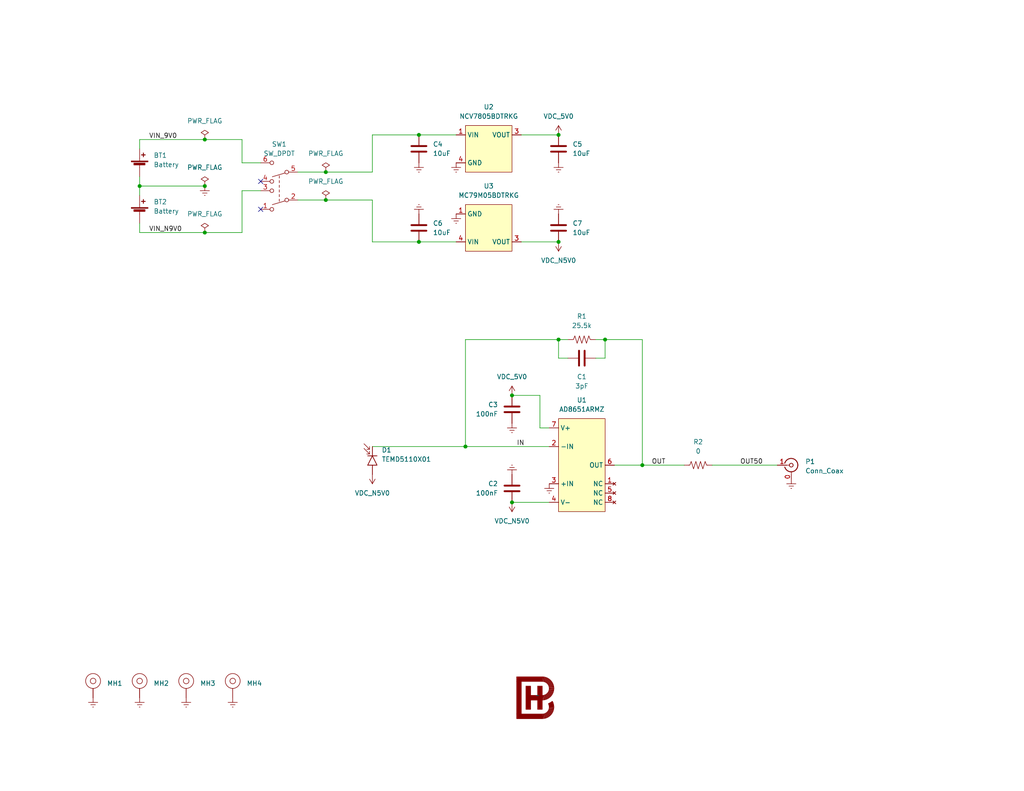
<source format=kicad_sch>
(kicad_sch (version 20231120) (generator "eeschema") (generator_version "8.0")
  (paper "A")
  (title_block (title "${PROJECT_NAME}") (rev "${PCB_REVISION}") (company "BRENDANHAINES.COM"))
  (lib_symbols
    (symbol "bh:AD8651ARMZ" (exclude_from_sim yes)
      (property "Reference" "U" (at 0 0 0))
      (property "Value" "AD8651ARMZ" (at 0 0 0))
      (symbol "AD8651ARMZ_1_1"
        (rectangle (start 0 0) (end 12.7 -25.4) (fill (type background)))
        (pin no_connect line (at 15.24 -17.78 180) (length 2.54) (name "NC") (number "1"))
        (pin input line (at -2.54 -7.62 0) (length 2.54) (name "-IN") (number "2"))
        (pin input line (at -2.54 -17.78 0) (length 2.54) (name "+IN") (number "3"))
        (pin power_in line (at -2.54 -22.86 0) (length 2.54) (name "V-") (number "4"))
        (pin no_connect line (at 15.24 -20.32 180) (length 2.54) (name "NC") (number "5"))
        (pin output line (at 15.24 -12.7 180) (length 2.54) (name "OUT") (number "6"))
        (pin power_in line (at -2.54 -2.54 0) (length 2.54) (name "V+") (number "7"))
        (pin no_connect line (at 15.24 -22.86 180) (length 2.54) (name "NC") (number "8"))
      )
    )
    (symbol "bh:Battery" (pin_numbers hide) (pin_names (offset 0) hide)
      (property "Reference" "BT" (at 2.54 1.27 0))
      (property "Value" "Battery" (at 2.54 -1.27 0))
      (symbol "Battery_0_1"
        (rectangle (start -2.286 0.508) (end 2.286 0.254) (fill (type outline)))
        (rectangle (start -1.5748 -0.0762) (end 1.4732 -0.5842) (fill (type outline)))
        (polyline (pts (xy 0 -0.508) (xy 0 -1.27)))
        (polyline (pts (xy 0 0.508) (xy 0 1.27)))
        (polyline (pts (xy 0.508 2.159) (xy 1.524 2.159)) (stroke (width 0.254)))
        (polyline (pts (xy 1.016 2.667) (xy 1.016 1.651)) (stroke (width 0.254)))
      )
      (symbol "Battery_1_1"
        (pin passive line (at 0 3.81 270) (length 2.54) (name "+") (number "1"))
        (pin passive line (at 0 -3.81 90) (length 2.54) (name "-") (number "2"))
      )
    )
    (symbol "bh:C" (pin_numbers hide) (pin_names (offset 0.254))
      (property "Reference" "C" (at 0.635 2.54 0))
      (property "Value" "C" (at 0.635 -2.54 0))
      (symbol "C_0_1"
        (polyline (pts (xy -2.032 -0.762) (xy 2.032 -0.762)) (stroke (width 0.508)))
        (polyline (pts (xy -2.032 0.762) (xy 2.032 0.762)) (stroke (width 0.508)))
      )
      (symbol "C_1_1"
        (pin passive line (at 0 3.81 270) (length 2.794) (name "~") (number "1"))
        (pin passive line (at 0 -3.81 90) (length 2.794) (name "~") (number "2"))
      )
    )
    (symbol "bh:Conn_Coax" (pin_names hide) (exclude_from_sim yes)
      (property "Reference" "P" (at 0 3.81 0))
      (property "Value" "Conn_Coax" (at 0 3.81 0))
      (symbol "Conn_Coax_0_1"
        (arc (start -1.778 -0.508) (mid 0.2311 -1.8066) (end 1.778 0) (stroke (width 0.254)))
        (polyline (pts (xy -1.27 0) (xy -0.508 0)))
        (polyline (pts (xy 0 -2.54) (xy 0 -1.778)))
        (circle (center 0 0) (radius 0.508) (stroke (width 0.2032)))
        (arc (start 1.778 0) (mid 0.2233 1.8169) (end -1.778 0.508) (stroke (width 0.254)))
      )
      (symbol "Conn_Coax_1_1"
        (pin passive line (at 0 -3.81 90) (length 1.27) (name "Ext") (number "0"))
        (pin passive line (at -3.81 0 0) (length 2.54) (name "In") (number "1"))
      )
    )
    (symbol "bh:GND" (power) (pin_names (offset 0))
      (symbol "GND_0_1"
        (polyline (pts (xy -0.635 -1.905) (xy 0.635 -1.905)))
        (polyline (pts (xy -0.127 -2.54) (xy 0.127 -2.54)))
        (polyline (pts (xy 0 -1.27) (xy 0 0)))
        (polyline (pts (xy 1.27 -1.27) (xy -1.27 -1.27)))
      )
      (symbol "GND_1_1"
        (pin power_in line (at 0 0 90) (length 0) hide (name "GND") (number "1"))
      )
    )
    (symbol "bh:LOGO_BH" (in_bom no)
      (symbol "LOGO_BH_0_1"
        (rectangle (start -5.08 -4.445) (end 1.905 -5.715) (fill (type outline)))
        (rectangle (start -5.08 4.445) (end -3.81 -4.445) (fill (type outline)))
        (rectangle (start -5.08 5.715) (end 1.905 4.445) (fill (type outline)))
        (rectangle (start -2.54 3.175) (end -1.27 -3.175) (fill (type outline)))
        (rectangle (start -1.27 0.635) (end 0.635 -0.635) (fill (type outline)))
        (polyline (pts (xy 1.905 0.635) (xy 1.905 -0.635)))
        (polyline (pts (xy 3.7084 -1.8542) (xy 3.7084 -1.6002)))
        (polyline (pts (xy 4.6482 -0.9906) (xy 4.572 -1.1684)))
        (polyline (pts (xy 4.7244 -1.1176) (xy 4.4704 -1.1684)))
        (polyline (pts (xy 4.8006 -1.2446) (xy 4.2418 -1.2954)))
        (polyline (pts (xy 4.8514 -1.3716) (xy 4.064 -1.4224)))
        (polyline (pts (xy 4.953 -2.54) (xy 4.9022 -1.778)))
        (polyline (pts (xy 3.81 -2.54) (xy 3.81 -2.3622) (xy 3.7846 -2.2098) (xy 3.7338 -2.032) (xy 3.683 -1.8796) (xy 3.6322 -1.7272) (xy 3.5814 -1.6002) (xy 3.7338 -1.524) (xy 3.8862 -1.4478) (xy 4.1148 -1.3208) (xy 4.2926 -1.2192) (xy 4.4704 -1.0922) (xy 4.6482 -0.9652) (xy 4.7498 -1.143) (xy 4.8514 -1.3462) (xy 4.9276 -1.5748) (xy 4.9784 -1.778) (xy 5.0292 -1.9812) (xy 5.0546 -2.1844) (xy 5.08 -2.54)))
        (rectangle (start 0.635 3.175) (end 1.905 -3.175) (fill (type outline)))
        (arc (start 1.905 -5.715) (mid 4.1501 -4.7851) (end 5.08 -2.54))
        (arc (start 1.905 -5.588) (mid 4.0603 -4.6953) (end 4.953 -2.54))
        (arc (start 1.905 -5.461) (mid 3.9705 -4.6055) (end 4.826 -2.54))
        (arc (start 1.905 -5.334) (mid 3.8807 -4.5157) (end 4.699 -2.54))
        (arc (start 1.905 -5.207) (mid 3.7909 -4.4259) (end 4.572 -2.54))
        (arc (start 1.905 -5.08) (mid 3.7011 -4.3361) (end 4.445 -2.54))
        (arc (start 1.905 -4.953) (mid 3.6112 -4.2462) (end 4.318 -2.54))
        (arc (start 1.905 -4.826) (mid 3.5214 -4.1564) (end 4.191 -2.54))
        (arc (start 1.905 -4.699) (mid 3.4316 -4.0666) (end 4.064 -2.54))
        (arc (start 1.905 -4.572) (mid 3.3418 -3.9768) (end 3.937 -2.54))
        (arc (start 1.905 -4.445) (mid 3.252 -3.887) (end 3.81 -2.54))
        (arc (start 1.905 -0.635) (mid 4.1501 0.2949) (end 5.08 2.54))
        (arc (start 1.905 -0.508) (mid 4.0603 0.3847) (end 4.953 2.54))
        (arc (start 1.905 -0.381) (mid 3.9705 0.4745) (end 4.826 2.54))
        (arc (start 1.905 -0.254) (mid 3.8807 0.5643) (end 4.699 2.54))
        (arc (start 1.905 -0.127) (mid 3.7909 0.6541) (end 4.572 2.54))
        (arc (start 1.905 0) (mid 3.7011 0.7439) (end 4.445 2.54))
        (arc (start 1.905 0.127) (mid 3.6112 0.8338) (end 4.318 2.54))
        (arc (start 1.905 0.254) (mid 3.5214 0.9236) (end 4.191 2.54))
        (arc (start 1.905 0.381) (mid 3.4316 1.0134) (end 4.064 2.54))
        (arc (start 1.905 0.508) (mid 3.3418 1.1032) (end 3.937 2.54))
        (arc (start 1.905 0.635) (mid 3.252 1.193) (end 3.81 2.54))
        (rectangle (start 3.81 -1.524) (end 4.826 -2.54) (fill (type outline)))
        (arc (start 3.81 2.54) (mid 3.252 3.887) (end 1.905 4.445))
        (arc (start 3.937 2.54) (mid 3.3418 3.9768) (end 1.905 4.572))
        (arc (start 4.064 2.54) (mid 3.4316 4.0666) (end 1.905 4.699))
        (arc (start 4.191 2.54) (mid 3.5214 4.1564) (end 1.905 4.826))
        (arc (start 4.318 2.54) (mid 3.6112 4.2462) (end 1.905 4.953))
        (arc (start 4.445 2.54) (mid 3.7011 4.3361) (end 1.905 5.08))
        (arc (start 4.572 2.54) (mid 3.7909 4.4259) (end 1.905 5.207))
        (arc (start 4.699 2.54) (mid 3.8807 4.5157) (end 1.905 5.334))
        (arc (start 4.826 2.54) (mid 3.9705 4.6055) (end 1.905 5.461))
        (arc (start 4.953 2.54) (mid 4.0603 4.6953) (end 1.905 5.588))
        (arc (start 5.08 2.54) (mid 4.1501 4.7851) (end 1.905 5.715))
      )
    )
    (symbol "bh:MC79M05BDTRKG"
      (property "Reference" "U" (at 0 0 0))
      (property "Value" "MC79M05BDTRKG" (at 0 0 0))
      (symbol "MC79M05BDTRKG_1_1"
        (rectangle (start 0 0) (end 12.7 -12.7) (fill (type background)))
        (pin power_in line (at -2.54 -2.54 0) (length 2.54) (name "GND") (number "1"))
        (pin power_out line (at 15.24 -10.16 180) (length 2.54) (name "VOUT") (number "3"))
        (pin power_in line (at -2.54 -10.16 0) (length 2.54) (name "VIN") (number "4"))
      )
    )
    (symbol "bh:Mounting_Hole" (pin_numbers hide) (pin_names (offset 0.762) hide)
      (property "Reference" "MH" (at 0 7.62 0))
      (symbol "Mounting_Hole_0_1"
        (circle (center 0 4.572) (radius 0.762))
        (circle (center 0 4.572) (radius 2.032))
      )
      (symbol "Mounting_Hole_1_1"
        (pin passive line (at 0 0 90) (length 2.54) (name "1") (number "1"))
      )
    )
    (symbol "bh:NCV7805BDTRKG"
      (property "Reference" "U" (at 0 0 0))
      (property "Value" "NCV7805BDTRKG" (at 0 0 0))
      (symbol "NCV7805BDTRKG_1_1"
        (rectangle (start 0 0) (end 12.7 -12.7) (fill (type background)))
        (pin power_in line (at -2.54 -2.54 0) (length 2.54) (name "VIN") (number "1"))
        (pin power_out line (at 15.24 -2.54 180) (length 2.54) (name "VOUT") (number "3"))
        (pin power_in line (at -2.54 -10.16 0) (length 2.54) (name "GND") (number "4"))
      )
    )
    (symbol "bh:PWR_FLAG" (power) (pin_numbers hide) (pin_names (offset 0) hide)
      (property "Value" "PWR_FLAG" (at 0 3.81 0))
      (symbol "PWR_FLAG_0_0"
        (pin power_out line (at 0 0 90) (length 0) (name "pwr") (number "1"))
      )
      (symbol "PWR_FLAG_0_1"
        (polyline (pts (xy 0 0) (xy 0 1.27) (xy -1.016 1.905) (xy 0 2.54) (xy 1.016 1.905) (xy 0 1.27)))
      )
    )
    (symbol "bh:R" (pin_numbers hide) (pin_names (offset 0))
      (property "Reference" "R" (at 2.032 0 90))
      (property "Value" "R" (at -1.905 0 90))
      (symbol "R_0_1"
        (polyline (pts (xy 0 -2.54) (xy 0 -2.286) (xy 1.016 -1.905) (xy -1.016 -1.27) (xy 1.016 -0.635) (xy -1.016 0) (xy 1.016 0.635) (xy -1.016 1.27) (xy 1.016 1.905) (xy 0 2.286) (xy 0 2.54)))
      )
      (symbol "R_1_1"
        (pin passive line (at 0 3.81 270) (length 1.27) (name "~") (number "1"))
        (pin passive line (at 0 -3.81 90) (length 1.27) (name "~") (number "2"))
      )
    )
    (symbol "bh:SW_DPDT" (pin_names (offset 0) hide)
      (property "Reference" "SW" (at 0 4.318 0))
      (property "Value" "SW_DPDT" (at 0 -12.7 0))
      (symbol "SW_DPDT_0_0"
        (circle (center -2.032 0) (radius 0.508))
        (circle (center 2.032 -2.54) (radius 0.508))
      )
      (symbol "SW_DPDT_0_1"
        (polyline (pts (xy -1.524 0.254) (xy 1.905 1.27)))
        (polyline (pts (xy 0 -5.969) (xy 0 -6.604)))
        (polyline (pts (xy 0 -4.699) (xy 0 -5.334)))
        (polyline (pts (xy 0 -3.429) (xy 0 -4.064)))
        (polyline (pts (xy 0 -2.159) (xy 0 -2.794)))
        (polyline (pts (xy 0 -0.889) (xy 0 -1.524)))
        (polyline (pts (xy 0 0.381) (xy 0 -0.254)))
        (circle (center 2.032 2.54) (radius 0.508))
      )
      (symbol "SW_DPDT_1_1"
        (circle (center -2.032 -7.62) (radius 0.508))
        (polyline (pts (xy -1.524 -7.366) (xy 1.905 -6.35)))
        (circle (center 2.032 -10.16) (radius 0.508))
        (circle (center 2.032 -5.08) (radius 0.508))
        (pin passive line (at 5.08 2.54 180) (length 2.54) (name "A") (number "1"))
        (pin passive line (at -5.08 0 0) (length 2.54) (name "B") (number "2"))
        (pin passive line (at 5.08 -2.54 180) (length 2.54) (name "C") (number "3"))
        (pin passive line (at 5.08 -5.08 180) (length 2.54) (name "A") (number "4"))
        (pin passive line (at -5.08 -7.62 0) (length 2.54) (name "B") (number "5"))
        (pin passive line (at 5.08 -10.16 180) (length 2.54) (name "C") (number "6"))
      )
    )
    (symbol "bh:TEMD5110X01" (pin_numbers hide) (pin_names (offset 1.016) hide)
      (property "Reference" "D" (at 0 2.54 0))
      (property "Value" "TEMD5110X01" (at 0 -2.54 0))
      (symbol "TEMD5110X01_0_1"
        (polyline (pts (xy -1.27 -1.27) (xy -1.27 1.27)) (stroke (width 0.2032)))
        (polyline (pts (xy 1.27 -1.27) (xy 1.27 1.27) (xy -1.27 0) (xy 1.27 -1.27)) (stroke (width 0.2032)))
        (polyline (pts (xy -4.572 -2.286) (xy -3.048 -0.762) (xy -3.81 -0.762) (xy -3.048 -0.762) (xy -3.048 -1.524)))
        (polyline (pts (xy -3.302 -2.286) (xy -1.778 -0.762) (xy -2.54 -0.762) (xy -1.778 -0.762) (xy -1.778 -1.524)))
      )
      (symbol "TEMD5110X01_1_1"
        (pin passive line (at 3.81 0 180) (length 2.54) (name "A") (number "A"))
        (pin passive line (at -3.81 0 0) (length 2.54) (name "K") (number "K"))
      )
    )
    (symbol "bh:VDC_5V0" (power) (pin_names (offset 0))
      (property "Value" "VDC_5V0" (at 0 3.556 0))
      (symbol "VDC_5V0_0_1"
        (polyline (pts (xy -0.762 1.27) (xy 0 2.54)))
        (polyline (pts (xy 0 0) (xy 0 2.54)))
        (polyline (pts (xy 0 2.54) (xy 0.762 1.27)))
      )
      (symbol "VDC_5V0_1_1"
        (pin power_in line (at 0 0 90) (length 0) hide (name "VDC_5V0") (number "1"))
      )
    )
    (symbol "bh:VDC_N5V0" (power) (pin_names (offset 0))
      (property "Value" "VDC_N5V0" (at 0 3.556 0))
      (symbol "VDC_N5V0_0_1"
        (polyline (pts (xy -0.762 1.27) (xy 0 2.54)))
        (polyline (pts (xy 0 0) (xy 0 2.54)))
        (polyline (pts (xy 0 2.54) (xy 0.762 1.27)))
      )
      (symbol "VDC_N5V0_1_1"
        (pin power_in line (at 0 0 90) (length 0) hide (name "VDC_N5V0") (number "1"))
      )
    )
  )
  (junction (at 139.7 107.95))
  (junction (at 55.88 50.8))
  (junction (at 114.3 66.04))
  (junction (at 88.9 54.61))
  (junction (at 139.7 137.16))
  (junction (at 152.4 92.71))
  (junction (at 152.4 66.04))
  (junction (at 152.4 36.83))
  (junction (at 127 121.92))
  (junction (at 55.88 63.5))
  (junction (at 114.3 36.83))
  (junction (at 165.1 92.71))
  (junction (at 88.9 46.99))
  (junction (at 175.26 127))
  (junction (at 55.88 38.1))
  (junction (at 38.1 50.8))
  (no_connect (at 71.12 49.53))
  (no_connect (at 71.12 57.15))
  (wire (pts (xy 38.1 40.64) (xy 38.1 38.1)))
  (wire (pts (xy 152.4 92.71) (xy 127 92.71)))
  (wire (pts (xy 71.12 52.07) (xy 66.04 52.07)))
  (wire (pts (xy 66.04 52.07) (xy 66.04 63.5)))
  (wire (pts (xy 66.04 44.45) (xy 66.04 38.1)))
  (wire (pts (xy 101.6 54.61) (xy 88.9 54.61)))
  (wire (pts (xy 55.88 63.5) (xy 66.04 63.5)))
  (wire (pts (xy 71.12 44.45) (xy 66.04 44.45)))
  (wire (pts (xy 152.4 97.79) (xy 152.4 92.71)))
  (wire (pts (xy 55.88 38.1) (xy 66.04 38.1)))
  (wire (pts (xy 175.26 92.71) (xy 175.26 127)))
  (wire (pts (xy 101.6 36.83) (xy 114.3 36.83)))
  (wire (pts (xy 88.9 46.99) (xy 101.6 46.99)))
  (wire (pts (xy 194.31 127) (xy 212.09 127)))
  (wire (pts (xy 142.24 36.83) (xy 152.4 36.83)))
  (wire (pts (xy 147.32 107.95) (xy 147.32 116.84)))
  (wire (pts (xy 81.28 46.99) (xy 88.9 46.99)))
  (wire (pts (xy 38.1 63.5) (xy 38.1 60.96)))
  (wire (pts (xy 101.6 66.04) (xy 101.6 54.61)))
  (wire (pts (xy 139.7 137.16) (xy 149.86 137.16)))
  (wire (pts (xy 167.64 127) (xy 175.26 127)))
  (wire (pts (xy 165.1 92.71) (xy 175.26 92.71)))
  (wire (pts (xy 127 121.92) (xy 149.86 121.92)))
  (wire (pts (xy 38.1 63.5) (xy 55.88 63.5)))
  (wire (pts (xy 162.56 97.79) (xy 165.1 97.79)))
  (wire (pts (xy 101.6 46.99) (xy 101.6 36.83)))
  (wire (pts (xy 154.94 92.71) (xy 152.4 92.71)))
  (wire (pts (xy 81.28 54.61) (xy 88.9 54.61)))
  (wire (pts (xy 114.3 36.83) (xy 124.46 36.83)))
  (wire (pts (xy 114.3 66.04) (xy 101.6 66.04)))
  (wire (pts (xy 38.1 50.8) (xy 55.88 50.8)))
  (wire (pts (xy 147.32 116.84) (xy 149.86 116.84)))
  (wire (pts (xy 38.1 38.1) (xy 55.88 38.1)))
  (wire (pts (xy 139.7 107.95) (xy 147.32 107.95)))
  (wire (pts (xy 101.6 121.92) (xy 127 121.92)))
  (wire (pts (xy 154.94 97.79) (xy 152.4 97.79)))
  (wire (pts (xy 175.26 127) (xy 186.69 127)))
  (wire (pts (xy 142.24 66.04) (xy 152.4 66.04)))
  (wire (pts (xy 38.1 53.34) (xy 38.1 50.8)))
  (wire (pts (xy 162.56 92.71) (xy 165.1 92.71)))
  (wire (pts (xy 38.1 48.26) (xy 38.1 50.8)))
  (wire (pts (xy 124.46 66.04) (xy 114.3 66.04)))
  (wire (pts (xy 165.1 97.79) (xy 165.1 92.71)))
  (wire (pts (xy 127 92.71) (xy 127 121.92)))
  (label "VIN_N9V0" (at 40.64 63.5 0))
  (label "OUT50" (at 201.93 127 0))
  (label "OUT" (at 177.8 127 0))
  (label "IN" (at 140.97 121.92 0))
  (label "VIN_9V0" (at 40.64 38.1 0))
  (symbol (lib_id "bh:C") (at 139.7 133.35 0) (unit 1)
    (property "Reference" "C2" (at 135.89 132.0799 0) (effects (justify right)))
    (property "Value" "100nF" (at 135.89 134.6199 0) (effects (justify right)))
    (property "Footprint" "common:C0402" (effects (hide yes)))
    (property "Description" "Capacitor" (effects (hide yes)))
    (property "FieldName" "Value" (effects (hide yes)))
    (property "Sim.Device" "C" (effects (hide yes)))
    (property "Sim.Pins" "1=+ 2=-" (effects (hide yes)))
  )
  (symbol (lib_id "bh:Conn_Coax") (at 215.9 127 0) (unit 1) (exclude_from_sim yes)
    (property "Reference" "P1" (at 219.71 126.0188 0) (effects (justify left)))
    (property "Value" "Conn_Coax" (at 219.71 128.5588 0) (effects (justify left)))
    (property "Footprint" "common:2466267-1" (effects (hide yes)))
    (property "Description" "Connector, Coax" (effects (hide yes)))
  )
  (symbol (lib_id "bh:C") (at 152.4 62.23 0) (unit 1)
    (property "Reference" "C7" (at 156.21 60.9599 0) (effects (justify left)))
    (property "Value" "10uF" (at 156.21 63.4999 0) (effects (justify left)))
    (property "Footprint" "common:C0805" (effects (hide yes)))
    (property "Description" "Capacitor" (effects (hide yes)))
    (property "FieldName" "Value" (effects (hide yes)))
    (property "Sim.Device" "C" (effects (hide yes)))
    (property "Sim.Pins" "1=+ 2=-" (effects (hide yes)))
  )
  (symbol (lib_id "bh:GND") (at 139.7 115.57 0) (unit 1)
    (property "Reference" "#PWR012" (effects (hide yes)))
    (property "Value" "GND" (effects (hide yes)))
    (property "Description" "Power Symbol" (effects (hide yes)))
  )
  (symbol (lib_id "bh:PWR_FLAG") (at 55.88 38.1 0) (unit 1)
    (property "Reference" "#FLG02" (effects (hide yes)))
    (property "Value" "PWR_FLAG" (at 55.88 33.02 0))
    (property "Description" "Special symbol for telling ERC where power comes from" (effects (hide yes)))
  )
  (symbol (lib_id "bh:C") (at 139.7 111.76 0) (unit 1)
    (property "Reference" "C3" (at 135.89 110.4899 0) (effects (justify right)))
    (property "Value" "100nF" (at 135.89 113.0299 0) (effects (justify right)))
    (property "Footprint" "common:C0402" (effects (hide yes)))
    (property "Description" "Capacitor" (effects (hide yes)))
    (property "FieldName" "Value" (effects (hide yes)))
    (property "Sim.Device" "C" (effects (hide yes)))
    (property "Sim.Pins" "1=+ 2=-" (effects (hide yes)))
  )
  (symbol (lib_id "bh:LOGO_BH") (at 146.05 190.5 0) (unit 1) (exclude_from_sim yes) (in_bom no)
    (property "Reference" "LOGO1" (effects (hide yes)))
    (property "Value" "~" (at 146.685 189.865 0))
    (property "Footprint" "common:LOGO_BH" (effects (hide yes)))
  )
  (symbol (lib_id "bh:GND") (at 55.88 50.8 0) (unit 1)
    (property "Reference" "#PWR09" (effects (hide yes)))
    (property "Value" "GND" (effects (hide yes)))
    (property "Description" "Power Symbol" (effects (hide yes)))
  )
  (symbol (lib_id "bh:GND") (at 152.4 44.45 0) (unit 1)
    (property "Reference" "#PWR016" (effects (hide yes)))
    (property "Value" "GND" (effects (hide yes)))
    (property "Description" "Power Symbol" (effects (hide yes)))
  )
  (symbol (lib_id "bh:GND") (at 139.7 129.54 180) (unit 1)
    (property "Reference" "#PWR010" (effects (hide yes)))
    (property "Value" "GND" (effects (hide yes)))
    (property "Description" "Power Symbol" (effects (hide yes)))
  )
  (symbol (lib_id "bh:VDC_N5V0") (at 152.4 66.04 180) (unit 1)
    (property "Reference" "#PWR020" (effects (hide yes)))
    (property "Value" "VDC_N5V0" (at 152.4 71.12 0))
    (property "Description" "Power Symbol" (effects (hide yes)))
  )
  (symbol (lib_id "bh:Mounting_Hole") (at 63.5 190.5 0) (unit 1) (exclude_from_sim yes) (in_bom no)
    (property "Reference" "MH4" (at 67.31 186.563 0) (effects (justify left)))
    (property "Value" "Mounting_Hole" (effects (hide yes)))
    (property "Footprint" "common:MH120X230_#4" (effects (hide yes)))
  )
  (symbol (lib_id "bh:R") (at 158.75 92.71 90) (unit 1)
    (property "Reference" "R1" (at 158.75 86.36 90))
    (property "Value" "25.5k" (at 158.75 88.9 90))
    (property "Footprint" "common:R0402" (effects (hide yes)))
    (property "Description" "Resistor" (effects (hide yes)))
    (property "FieldName" "Value" (effects (hide yes)))
    (property "Sim.Device" "R" (effects (hide yes)))
    (property "Sim.Pins" "1=+ 2=-" (effects (hide yes)))
  )
  (symbol (lib_id "bh:GND") (at 38.1 190.5 0) (unit 1)
    (property "Reference" "#PWR02" (effects (hide yes)))
    (property "Value" "GND" (effects (hide yes)))
  )
  (symbol (lib_id "bh:VDC_N5V0") (at 139.7 137.16 180) (unit 1)
    (property "Reference" "#PWR05" (effects (hide yes)))
    (property "Value" "VDC_N5V0" (at 139.7 142.24 0))
    (property "Description" "Power Symbol" (effects (hide yes)))
  )
  (symbol (lib_id "bh:C") (at 158.75 97.79 90) (unit 1)
    (property "Reference" "C1" (at 158.75 102.87 90))
    (property "Value" "3pF" (at 158.75 105.41 90))
    (property "Footprint" "common:C0402" (effects (hide yes)))
    (property "Description" "Capacitor" (effects (hide yes)))
    (property "FieldName" "Value" (effects (hide yes)))
    (property "Sim.Device" "C" (effects (hide yes)))
    (property "Sim.Pins" "1=+ 2=-" (effects (hide yes)))
  )
  (symbol (lib_id "bh:PWR_FLAG") (at 88.9 54.61 0) (unit 1)
    (property "Reference" "#FLG05" (effects (hide yes)))
    (property "Value" "PWR_FLAG" (at 88.9 49.53 0))
    (property "Description" "Special symbol for telling ERC where power comes from" (effects (hide yes)))
  )
  (symbol (lib_id "bh:PWR_FLAG") (at 55.88 50.8 0) (unit 1)
    (property "Reference" "#FLG01" (effects (hide yes)))
    (property "Value" "PWR_FLAG" (at 55.88 45.72 0))
    (property "Description" "Special symbol for telling ERC where power comes from" (effects (hide yes)))
  )
  (symbol (lib_id "bh:C") (at 152.4 40.64 0) (unit 1)
    (property "Reference" "C5" (at 156.21 39.3699 0) (effects (justify left)))
    (property "Value" "10uF" (at 156.21 41.9099 0) (effects (justify left)))
    (property "Footprint" "common:C0805" (effects (hide yes)))
    (property "Description" "Capacitor" (effects (hide yes)))
    (property "FieldName" "Value" (effects (hide yes)))
    (property "Sim.Device" "C" (effects (hide yes)))
    (property "Sim.Pins" "1=+ 2=-" (effects (hide yes)))
  )
  (symbol (lib_id "bh:GND") (at 114.3 58.42 180) (unit 1)
    (property "Reference" "#PWR018" (effects (hide yes)))
    (property "Value" "GND" (effects (hide yes)))
    (property "Description" "Power Symbol" (effects (hide yes)))
  )
  (symbol (lib_id "bh:GND") (at 215.9 130.81 0) (unit 1)
    (property "Reference" "#PWR011" (effects (hide yes)))
    (property "Value" "GND" (effects (hide yes)))
    (property "Description" "Power Symbol" (effects (hide yes)))
  )
  (symbol (lib_id "bh:GND") (at 25.4 190.5 0) (unit 1)
    (property "Reference" "#PWR01" (effects (hide yes)))
    (property "Value" "GND" (effects (hide yes)))
  )
  (symbol (lib_id "bh:Mounting_Hole") (at 50.8 190.5 0) (unit 1) (exclude_from_sim yes) (in_bom no)
    (property "Reference" "MH3" (at 54.61 186.563 0) (effects (justify left)))
    (property "Value" "Mounting_Hole" (effects (hide yes)))
    (property "Footprint" "common:MH120X230_#4" (effects (hide yes)))
  )
  (symbol (lib_id "bh:PWR_FLAG") (at 88.9 46.99 0) (unit 1)
    (property "Reference" "#FLG04" (effects (hide yes)))
    (property "Value" "PWR_FLAG" (at 88.9 41.91 0))
    (property "Description" "Special symbol for telling ERC where power comes from" (effects (hide yes)))
  )
  (symbol (lib_id "bh:TEMD5110X01") (at 101.6 125.73 270) (unit 1)
    (property "Reference" "D1" (at 104.14 122.8597 90) (effects (justify left)))
    (property "Value" "TEMD5110X01" (at 104.14 125.3997 90) (effects (justify left)))
    (property "Footprint" "common:TEMD5110X01" (effects (hide yes)))
    (property "Datasheet" "https://www.vishay.com/docs/84658/temd5110.pdf" (effects (hide yes)))
    (property "Description" "Diode, Photodiode, Infrared 870-950nm" (effects (hide yes)))
    (property "MPN" "TEMD5110X01" (effects (hide yes)))
    (property "Manufacturer" "Vishay Semiconductor Opto Division" (effects (hide yes)))
  )
  (symbol (lib_id "bh:NCV7805BDTRKG") (at 127 34.29 0) (unit 1)
    (property "Reference" "U2" (at 133.35 29.21 0))
    (property "Value" "NCV7805BDTRKG" (at 133.35 31.75 0))
    (property "Footprint" "common:TO-252-3" (effects (hide yes)))
    (property "Datasheet" "https://www.onsemi.com/pdf/datasheet/mc7800-d.pdf" (effects (hide yes)))
    (property "Description" "Regulator, Linear, Fixed, 5V, 1A" (effects (hide yes)))
    (property "MPN" "NCV7805BDTRKG" (effects (hide yes)))
    (property "Manufacturer" "onsemi" (effects (hide yes)))
  )
  (symbol (lib_id "bh:GND") (at 114.3 44.45 0) (unit 1)
    (property "Reference" "#PWR015" (effects (hide yes)))
    (property "Value" "GND" (effects (hide yes)))
    (property "Description" "Power Symbol" (effects (hide yes)))
  )
  (symbol (lib_id "bh:GND") (at 152.4 58.42 180) (unit 1)
    (property "Reference" "#PWR019" (effects (hide yes)))
    (property "Value" "GND" (effects (hide yes)))
    (property "Description" "Power Symbol" (effects (hide yes)))
  )
  (symbol (lib_id "bh:Mounting_Hole") (at 25.4 190.5 0) (unit 1) (exclude_from_sim yes) (in_bom no)
    (property "Reference" "MH1" (at 29.21 186.563 0) (effects (justify left)))
    (property "Value" "Mounting_Hole" (effects (hide yes)))
    (property "Footprint" "common:MH120X230_#4" (effects (hide yes)))
  )
  (symbol (lib_id "bh:R") (at 190.5 127 90) (unit 1)
    (property "Reference" "R2" (at 190.5 120.65 90))
    (property "Value" "0" (at 190.5 123.19 90))
    (property "Footprint" "common:R1210" (effects (hide yes)))
    (property "Description" "Resistor" (effects (hide yes)))
    (property "FieldName" "Value" (effects (hide yes)))
    (property "Sim.Device" "R" (effects (hide yes)))
    (property "Sim.Pins" "1=+ 2=-" (effects (hide yes)))
  )
  (symbol (lib_id "bh:GND") (at 124.46 58.42 0) (unit 1)
    (property "Reference" "#PWR017" (effects (hide yes)))
    (property "Value" "GND" (effects (hide yes)))
    (property "Description" "Power Symbol" (effects (hide yes)))
  )
  (symbol (lib_id "bh:Battery") (at 38.1 57.15 0) (unit 1)
    (property "Reference" "BT2" (at 41.91 55.1179 0) (effects (justify left)))
    (property "Value" "Battery" (at 41.91 57.6579 0) (effects (justify left)))
    (property "Footprint" "common:Keystone_967" (effects (hide yes)))
    (property "Description" "Battery" (effects (hide yes)))
  )
  (symbol (lib_id "bh:GND") (at 149.86 132.08 0) (unit 1)
    (property "Reference" "#PWR07" (effects (hide yes)))
    (property "Value" "GND" (effects (hide yes)))
    (property "Description" "Power Symbol" (effects (hide yes)))
  )
  (symbol (lib_id "bh:VDC_5V0") (at 152.4 36.83 0) (unit 1)
    (property "Reference" "#PWR014" (effects (hide yes)))
    (property "Value" "VDC_5V0" (at 152.4 31.75 0))
    (property "Description" "Power Symbol" (effects (hide yes)))
  )
  (symbol (lib_id "bh:MC79M05BDTRKG") (at 127 55.88 0) (unit 1)
    (property "Reference" "U3" (at 133.35 50.8 0))
    (property "Value" "MC79M05BDTRKG" (at 133.35 53.34 0))
    (property "Footprint" "common:TO-252-3" (effects (hide yes)))
    (property "Datasheet" "https://www.onsemi.com/pdf/datasheet/mc79m00-d.pdf" (effects (hide yes)))
    (property "Description" "Regulator, Linear, Negative, Fixed, -5V, 500mA, TO-252-3 (DPAK)" (effects (hide yes)))
    (property "MPN" "MC79M05BDTRKG" (effects (hide yes)))
    (property "Manufacturer" "onsemi" (effects (hide yes)))
  )
  (symbol (lib_id "bh:AD8651ARMZ") (at 152.4 114.3 0) (unit 1) (exclude_from_sim yes)
    (property "Reference" "U1" (at 158.75 109.22 0))
    (property "Value" "AD8651ARMZ" (at 158.75 111.76 0))
    (property "Footprint" "common:MSOP8" (effects (hide yes)))
    (property "Datasheet" "https://www.analog.com/media/en/technical-documentation/data-sheets/AD8651_8652.pdf" (effects (hide yes)))
    (property "Description" "50 MHz, Precision, Low Distortion, Low Noise CMOS Amplifiers" (effects (hide yes)))
    (property "Manufacturer" "Analog Devices" (effects (hide yes)))
    (property "MPN" "AD8651ARMZ" (effects (hide yes)))
  )
  (symbol (lib_id "bh:VDC_5V0") (at 139.7 107.95 0) (unit 1)
    (property "Reference" "#PWR06" (effects (hide yes)))
    (property "Value" "VDC_5V0" (at 139.7 102.87 0))
    (property "Description" "Power Symbol" (effects (hide yes)))
  )
  (symbol (lib_id "bh:PWR_FLAG") (at 55.88 63.5 0) (unit 1)
    (property "Reference" "#FLG03" (effects (hide yes)))
    (property "Value" "PWR_FLAG" (at 55.88 58.42 0))
    (property "Description" "Special symbol for telling ERC where power comes from" (effects (hide yes)))
  )
  (symbol (lib_id "bh:GND") (at 63.5 190.5 0) (unit 1)
    (property "Reference" "#PWR04" (effects (hide yes)))
    (property "Value" "GND" (effects (hide yes)))
  )
  (symbol (lib_id "bh:C") (at 114.3 40.64 0) (unit 1)
    (property "Reference" "C4" (at 118.11 39.3699 0) (effects (justify left)))
    (property "Value" "10uF" (at 118.11 41.9099 0) (effects (justify left)))
    (property "Footprint" "common:C0805" (effects (hide yes)))
    (property "Description" "Capacitor" (effects (hide yes)))
    (property "FieldName" "Value" (effects (hide yes)))
    (property "Sim.Device" "C" (effects (hide yes)))
    (property "Sim.Pins" "1=+ 2=-" (effects (hide yes)))
  )
  (symbol (lib_id "bh:GND") (at 124.46 44.45 0) (unit 1)
    (property "Reference" "#PWR013" (effects (hide yes)))
    (property "Value" "GND" (effects (hide yes)))
    (property "Description" "Power Symbol" (effects (hide yes)))
  )
  (symbol (lib_id "bh:C") (at 114.3 62.23 0) (unit 1)
    (property "Reference" "C6" (at 118.11 60.9599 0) (effects (justify left)))
    (property "Value" "10uF" (at 118.11 63.4999 0) (effects (justify left)))
    (property "Footprint" "common:C0805" (effects (hide yes)))
    (property "Description" "Capacitor" (effects (hide yes)))
    (property "FieldName" "Value" (effects (hide yes)))
    (property "Sim.Device" "C" (effects (hide yes)))
    (property "Sim.Pins" "1=+ 2=-" (effects (hide yes)))
  )
  (symbol (lib_id "bh:Battery") (at 38.1 44.45 0) (unit 1)
    (property "Reference" "BT1" (at 41.91 42.4179 0) (effects (justify left)))
    (property "Value" "Battery" (at 41.91 44.9579 0) (effects (justify left)))
    (property "Footprint" "common:Keystone_967" (effects (hide yes)))
    (property "Description" "Battery" (effects (hide yes)))
  )
  (symbol (lib_id "bh:GND") (at 50.8 190.5 0) (unit 1)
    (property "Reference" "#PWR03" (effects (hide yes)))
    (property "Value" "GND" (effects (hide yes)))
  )
  (symbol (lib_id "bh:Mounting_Hole") (at 38.1 190.5 0) (unit 1) (exclude_from_sim yes) (in_bom no)
    (property "Reference" "MH2" (at 41.91 186.563 0) (effects (justify left)))
    (property "Value" "Mounting_Hole" (effects (hide yes)))
    (property "Footprint" "common:MH120X230_#4" (effects (hide yes)))
  )
  (symbol (lib_id "bh:SW_DPDT") (at 76.2 54.61 180) (unit 1)
    (property "Reference" "SW1" (at 76.2 39.37 0))
    (property "Value" "SW_DPDT" (at 76.2 41.91 0))
    (property "Footprint" "common:CK_1201M2S3CQE2" (effects (hide yes)))
    (property "Description" "Switch, DPDT" (effects (hide yes)))
  )
  (symbol (lib_id "bh:VDC_N5V0") (at 101.6 129.54 180) (unit 1)
    (property "Reference" "#PWR08" (effects (hide yes)))
    (property "Value" "VDC_N5V0" (at 101.6 134.62 0))
    (property "Description" "Power Symbol" (effects (hide yes)))
  )
)
</source>
